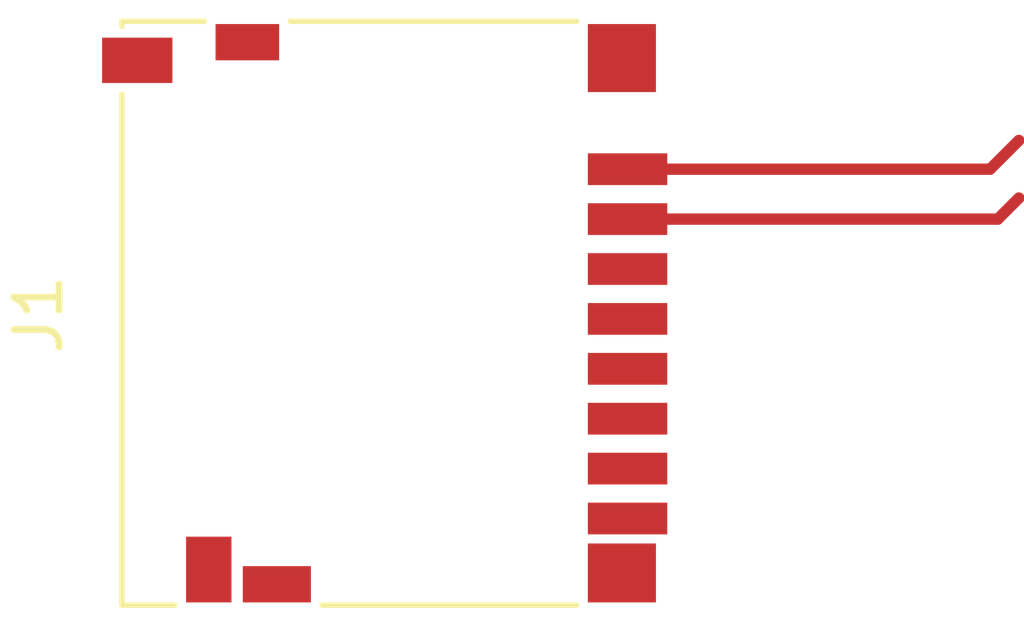
<source format=kicad_pcb>
(kicad_pcb (version 20171130) (host pcbnew 5.0.0-fee4fd1~66~ubuntu18.04.1)

  (general
    (thickness 1.6)
    (drawings 0)
    (tracks 4)
    (zones 0)
    (modules 1)
    (nets 10)
  )

  (page A4)
  (layers
    (0 F.Cu signal)
    (31 B.Cu signal)
    (32 B.Adhes user)
    (33 F.Adhes user)
    (34 B.Paste user)
    (35 F.Paste user)
    (36 B.SilkS user)
    (37 F.SilkS user)
    (38 B.Mask user)
    (39 F.Mask user)
    (40 Dwgs.User user)
    (41 Cmts.User user)
    (42 Eco1.User user)
    (43 Eco2.User user)
    (44 Edge.Cuts user)
    (45 Margin user)
    (46 B.CrtYd user)
    (47 F.CrtYd user)
    (48 B.Fab user)
    (49 F.Fab user)
  )

  (setup
    (last_trace_width 0.25)
    (trace_clearance 0.2)
    (zone_clearance 0.508)
    (zone_45_only no)
    (trace_min 0.2)
    (segment_width 0.2)
    (edge_width 0.15)
    (via_size 0.8)
    (via_drill 0.4)
    (via_min_size 0.4)
    (via_min_drill 0.3)
    (uvia_size 0.3)
    (uvia_drill 0.1)
    (uvias_allowed no)
    (uvia_min_size 0.2)
    (uvia_min_drill 0.1)
    (pcb_text_width 0.3)
    (pcb_text_size 1.5 1.5)
    (mod_edge_width 0.15)
    (mod_text_size 1 1)
    (mod_text_width 0.15)
    (pad_size 1.524 1.524)
    (pad_drill 0.762)
    (pad_to_mask_clearance 0.2)
    (aux_axis_origin 0 0)
    (visible_elements FFFFFF7F)
    (pcbplotparams
      (layerselection 0x010fc_ffffffff)
      (usegerberextensions false)
      (usegerberattributes false)
      (usegerberadvancedattributes false)
      (creategerberjobfile false)
      (excludeedgelayer true)
      (linewidth 0.100000)
      (plotframeref false)
      (viasonmask false)
      (mode 1)
      (useauxorigin false)
      (hpglpennumber 1)
      (hpglpenspeed 20)
      (hpglpendiameter 15.000000)
      (psnegative false)
      (psa4output false)
      (plotreference true)
      (plotvalue true)
      (plotinvisibletext false)
      (padsonsilk false)
      (subtractmaskfromsilk false)
      (outputformat 1)
      (mirror false)
      (drillshape 1)
      (scaleselection 1)
      (outputdirectory ""))
  )

  (net 0 "")
  (net 1 "Net-(J1-Pad8)")
  (net 2 "Net-(J1-Pad9)")
  (net 3 "Net-(J1-Pad7)")
  (net 4 "Net-(J1-Pad6)")
  (net 5 "Net-(J1-Pad5)")
  (net 6 "Net-(J1-Pad4)")
  (net 7 "Net-(J1-Pad3)")
  (net 8 "Net-(J1-Pad2)")
  (net 9 "Net-(J1-Pad1)")

  (net_class Default "This is the default net class."
    (clearance 0.2)
    (trace_width 0.25)
    (via_dia 0.8)
    (via_drill 0.4)
    (uvia_dia 0.3)
    (uvia_drill 0.1)
    (add_net "Net-(J1-Pad1)")
    (add_net "Net-(J1-Pad2)")
    (add_net "Net-(J1-Pad3)")
    (add_net "Net-(J1-Pad4)")
    (add_net "Net-(J1-Pad5)")
    (add_net "Net-(J1-Pad6)")
    (add_net "Net-(J1-Pad7)")
    (add_net "Net-(J1-Pad8)")
    (add_net "Net-(J1-Pad9)")
  )

  (module Connector_Card:microSD_HC_Hirose_DM3D-SF (layer F.Cu) (tedit 5A1DBFB5) (tstamp 5BD28BC0)
    (at 34.29 29.21 90)
    (descr "Micro SD, SMD, right-angle, push-pull (https://media.digikey.com/PDF/Data%20Sheets/Hirose%20PDFs/DM3D-SF.pdf)")
    (tags "Micro SD")
    (path /5BBA5B94)
    (attr smd)
    (fp_text reference J1 (at -0.025 -7.625 90) (layer F.SilkS)
      (effects (font (size 1 1) (thickness 0.15)))
    )
    (fp_text value Micro_SD_Card (at -0.025 6.975 90) (layer F.Fab)
      (effects (font (size 1 1) (thickness 0.15)))
    )
    (fp_text user KEEPOUT (at -0.275 -0.525 90) (layer Cmts.User)
      (effects (font (size 1 1) (thickness 0.1)))
    )
    (fp_text user %R (at -0.025 1.475 90) (layer F.Fab)
      (effects (font (size 1 1) (thickness 0.1)))
    )
    (fp_text user KEEPOUT (at -0.725 -4.8 90) (layer Cmts.User)
      (effects (font (size 0.4 0.4) (thickness 0.06)))
    )
    (fp_line (start 6.435 -2.075) (end 6.435 4.225) (layer F.SilkS) (width 0.12))
    (fp_line (start -6.435 -1.375) (end -6.435 4.225) (layer F.SilkS) (width 0.12))
    (fp_line (start 6.435 -5.785) (end 6.435 -3.975) (layer F.SilkS) (width 0.12))
    (fp_line (start -6.435 -5.785) (end 4.825 -5.785) (layer F.SilkS) (width 0.12))
    (fp_line (start -6.435 -4.625) (end -6.435 -5.785) (layer F.SilkS) (width 0.12))
    (fp_line (start 5.475 9.575) (end 5.475 5.725) (layer F.Fab) (width 0.1))
    (fp_line (start -5.025 10.075) (end 4.975 10.075) (layer F.Fab) (width 0.1))
    (fp_line (start -5.525 5.725) (end -5.525 9.575) (layer F.Fab) (width 0.1))
    (fp_line (start 5.475 5.725) (end 6.375 5.725) (layer F.Fab) (width 0.1))
    (fp_line (start 5.225 5.475) (end 5.225 4.425) (layer F.Fab) (width 0.1))
    (fp_line (start -5.275 5.475) (end -5.275 4.425) (layer F.Fab) (width 0.1))
    (fp_line (start -6.375 5.725) (end -5.525 5.725) (layer F.Fab) (width 0.1))
    (fp_line (start -4.775 3.925) (end 4.725 3.925) (layer F.Fab) (width 0.1))
    (fp_line (start -5.525 -5.725) (end -5.525 -6.975) (layer F.Fab) (width 0.1))
    (fp_line (start 4.175 -5.725) (end 4.175 -6.975) (layer F.Fab) (width 0.1))
    (fp_line (start -5.525 -6.975) (end 4.175 -6.975) (layer F.Fab) (width 0.1))
    (fp_line (start -0.025 -3.875) (end 0.475 -5.725) (layer Dwgs.User) (width 0.1))
    (fp_line (start -0.025 -5.725) (end -0.525 -3.875) (layer Dwgs.User) (width 0.1))
    (fp_line (start -1.025 -3.875) (end -0.525 -5.725) (layer Dwgs.User) (width 0.1))
    (fp_line (start -1.025 -5.725) (end -1.525 -3.875) (layer Dwgs.User) (width 0.1))
    (fp_line (start -1.925 -3.875) (end -1.525 -5.725) (layer Dwgs.User) (width 0.1))
    (fp_line (start 0.525 -3.875) (end 0.525 -5.725) (layer Dwgs.User) (width 0.1))
    (fp_line (start -1.975 -5.725) (end -1.975 -3.875) (layer Dwgs.User) (width 0.1))
    (fp_line (start -6.375 -5.725) (end 6.375 -5.725) (layer F.Fab) (width 0.1))
    (fp_line (start -3.225 -1.525) (end -2.725 -1.525) (layer Dwgs.User) (width 0.1))
    (fp_line (start -3.925 0.475) (end -3.225 -1.525) (layer Dwgs.User) (width 0.1))
    (fp_line (start -4.225 -1.525) (end -3.725 -1.525) (layer Dwgs.User) (width 0.1))
    (fp_line (start -4.925 0.475) (end -4.225 -1.525) (layer Dwgs.User) (width 0.1))
    (fp_line (start -4.925 -1.525) (end -4.925 0.475) (layer Dwgs.User) (width 0.1))
    (fp_line (start -6.92 6.28) (end -6.92 -6.72) (layer F.CrtYd) (width 0.05))
    (fp_line (start 6.88 6.28) (end -6.92 6.28) (layer F.CrtYd) (width 0.05))
    (fp_line (start 6.88 -6.72) (end 6.88 6.28) (layer F.CrtYd) (width 0.05))
    (fp_line (start -6.92 -6.72) (end 6.88 -6.72) (layer F.CrtYd) (width 0.05))
    (fp_line (start -4.925 -1.525) (end 3.575 -1.525) (layer Dwgs.User) (width 0.1))
    (fp_line (start 0.525 -3.875) (end -1.975 -3.875) (layer Dwgs.User) (width 0.1))
    (fp_line (start -4.925 0.475) (end 3.575 0.475) (layer Dwgs.User) (width 0.1))
    (fp_line (start -6.375 5.725) (end -6.375 -5.725) (layer F.Fab) (width 0.1))
    (fp_line (start -4.425 0.475) (end -3.725 -1.525) (layer Dwgs.User) (width 0.1))
    (fp_line (start -3.425 0.475) (end -2.725 -1.525) (layer Dwgs.User) (width 0.1))
    (fp_line (start -2.925 0.475) (end -2.225 -1.525) (layer Dwgs.User) (width 0.1))
    (fp_line (start -2.425 0.475) (end -1.725 -1.525) (layer Dwgs.User) (width 0.1))
    (fp_line (start -1.925 0.475) (end -1.225 -1.525) (layer Dwgs.User) (width 0.1))
    (fp_line (start -1.425 0.475) (end -0.725 -1.525) (layer Dwgs.User) (width 0.1))
    (fp_line (start -0.925 0.475) (end -0.225 -1.525) (layer Dwgs.User) (width 0.1))
    (fp_line (start -0.425 0.475) (end 0.275 -1.525) (layer Dwgs.User) (width 0.1))
    (fp_line (start 0.075 0.475) (end 0.775 -1.525) (layer Dwgs.User) (width 0.1))
    (fp_line (start 0.575 0.475) (end 1.275 -1.525) (layer Dwgs.User) (width 0.1))
    (fp_line (start 1.075 0.475) (end 1.775 -1.525) (layer Dwgs.User) (width 0.1))
    (fp_line (start 1.575 0.475) (end 2.275 -1.525) (layer Dwgs.User) (width 0.1))
    (fp_line (start 2.075 0.475) (end 2.775 -1.525) (layer Dwgs.User) (width 0.1))
    (fp_line (start 2.575 0.475) (end 3.275 -1.525) (layer Dwgs.User) (width 0.1))
    (fp_line (start 3.075 0.475) (end 3.575 -0.975) (layer Dwgs.User) (width 0.1))
    (fp_line (start 3.575 0.475) (end 3.575 -1.525) (layer Dwgs.User) (width 0.1))
    (fp_line (start 6.375 5.725) (end 6.375 -5.725) (layer F.Fab) (width 0.1))
    (fp_line (start 0.525 -5.725) (end -1.975 -5.725) (layer Dwgs.User) (width 0.1))
    (fp_line (start 6.325 -5.785) (end 6.435 -5.785) (layer F.SilkS) (width 0.12))
    (fp_arc (start 4.975 9.575) (end 5.475 9.575) (angle 90) (layer F.Fab) (width 0.1))
    (fp_arc (start -5.025 9.575) (end -5.025 10.075) (angle 90) (layer F.Fab) (width 0.1))
    (fp_arc (start -4.775 4.425) (end -5.275 4.425) (angle 90) (layer F.Fab) (width 0.1))
    (fp_arc (start -5.525 5.475) (end -5.275 5.475) (angle 90) (layer F.Fab) (width 0.1))
    (fp_arc (start 4.725 4.425) (end 4.725 3.925) (angle 90) (layer F.Fab) (width 0.1))
    (fp_arc (start 5.475 5.475) (end 5.475 5.725) (angle 90) (layer F.Fab) (width 0.1))
    (pad 8 smd rect (at -4.525 5.35 90) (size 0.7 1.75) (layers F.Cu F.Paste F.Mask)
      (net 1 "Net-(J1-Pad8)"))
    (pad 11 smd rect (at -5.725 5.225 90) (size 1.3 1.5) (layers F.Cu F.Paste F.Mask))
    (pad 11 smd rect (at -5.975 -2.375 90) (size 0.8 1.5) (layers F.Cu F.Paste F.Mask))
    (pad 9 smd rect (at -5.65 -3.875 90) (size 1.45 1) (layers F.Cu F.Paste F.Mask)
      (net 2 "Net-(J1-Pad9)"))
    (pad 11 smd rect (at 5.975 -3.025 90) (size 0.8 1.4) (layers F.Cu F.Paste F.Mask))
    (pad 7 smd rect (at -3.425 5.35 90) (size 0.7 1.75) (layers F.Cu F.Paste F.Mask)
      (net 3 "Net-(J1-Pad7)"))
    (pad 6 smd rect (at -2.325 5.35 90) (size 0.7 1.75) (layers F.Cu F.Paste F.Mask)
      (net 4 "Net-(J1-Pad6)"))
    (pad 5 smd rect (at -1.225 5.35 90) (size 0.7 1.75) (layers F.Cu F.Paste F.Mask)
      (net 5 "Net-(J1-Pad5)"))
    (pad 4 smd rect (at -0.125 5.35 90) (size 0.7 1.75) (layers F.Cu F.Paste F.Mask)
      (net 6 "Net-(J1-Pad4)"))
    (pad 3 smd rect (at 0.975 5.35 90) (size 0.7 1.75) (layers F.Cu F.Paste F.Mask)
      (net 7 "Net-(J1-Pad3)"))
    (pad 2 smd rect (at 2.075 5.35 90) (size 0.7 1.75) (layers F.Cu F.Paste F.Mask)
      (net 8 "Net-(J1-Pad2)"))
    (pad 1 smd rect (at 3.175 5.35 90) (size 0.7 1.75) (layers F.Cu F.Paste F.Mask)
      (net 9 "Net-(J1-Pad1)"))
    (pad 11 smd rect (at 5.625 5.225 90) (size 1.5 1.5) (layers F.Cu F.Paste F.Mask))
    (pad 10 smd rect (at 5.575 -5.45 90) (size 1 1.55) (layers F.Cu F.Paste F.Mask))
    (model ${KISYS3DMOD}/Connector_Card.3dshapes/microSD_HC_Hirose_DM3D-SF.wrl
      (offset (xyz -4.524999932061319 -4.474999933752243 0))
      (scale (xyz 1 1 1))
      (rotate (xyz 0 0 0))
    )
  )

  (segment (start 39.64 27.135) (end 47.795 27.135) (width 0.25) (layer F.Cu) (net 8))
  (segment (start 47.795 27.135) (end 48.26 26.67) (width 0.25) (layer F.Cu) (net 8))
  (segment (start 39.64 26.035) (end 47.625 26.035) (width 0.25) (layer F.Cu) (net 9))
  (segment (start 47.625 26.035) (end 48.26 25.4) (width 0.25) (layer F.Cu) (net 9))

)

</source>
